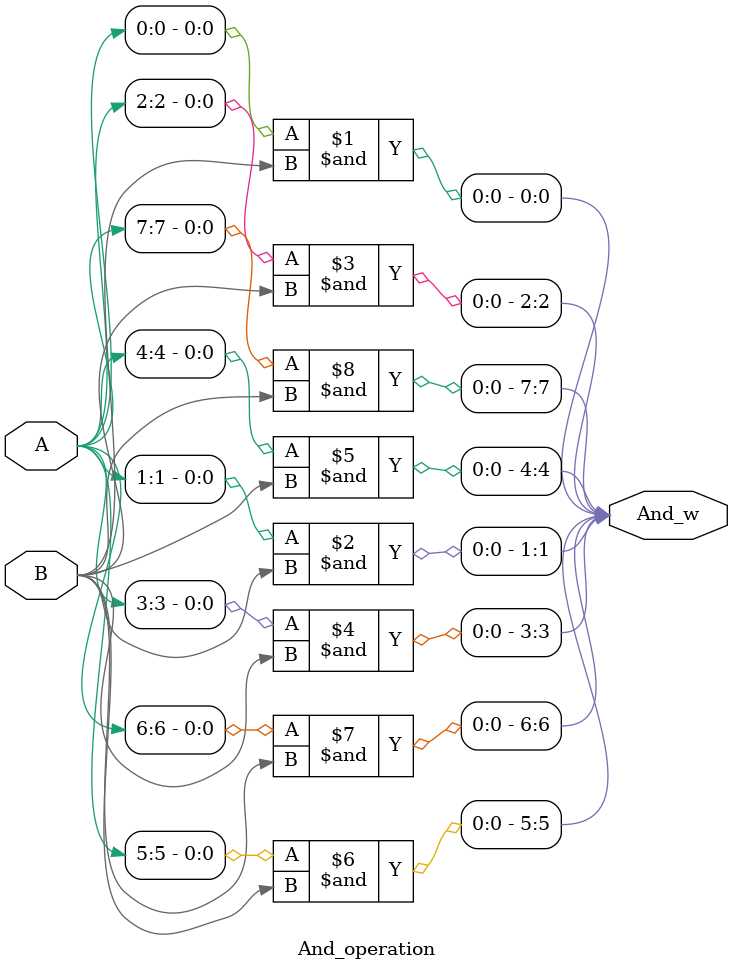
<source format=v>

`include "CLA8.v"

module Multiplier_CLA(
    input   [7:0]   A,
    input   [7:0]   B,
    output  [15:0]  Product
);
    wire [63:0] And_w;
    wire [47:0] Add_Sum;
    wire [5:0] Add_Carry;
	wire w0;

    And_operation A1(.A(A[7:0]), .B(B[0]), .And_w(And_w[7:0]));
    And_operation A2(.A(A[7:0]), .B(B[1]), .And_w(And_w[15:8]));
    And_operation A3(.A(A[7:0]), .B(B[2]), .And_w(And_w[23:16]));
    And_operation A4(.A(A[7:0]), .B(B[3]), .And_w(And_w[31:24]));
    And_operation A5(.A(A[7:0]), .B(B[4]), .And_w(And_w[39:32]));
    And_operation A6(.A(A[7:0]), .B(B[5]), .And_w(And_w[47:40]));
    And_operation A7(.A(A[7:0]), .B(B[6]), .And_w(And_w[55:48]));
    And_operation A8(.A(A[7:0]), .B(B[7]), .And_w(And_w[63:56]));

	not(w0, 1'b1);

    and(Product[0], 1'b1, And_w[0]);
    CLA8 CLA81(.A({1'b0, And_w[7:1]}), .B(And_w[15:8]), .Cin(w0), .Sum(Add_Sum[7:0]), .Cout(Add_Carry[0]));
    and(Product[1], 1'b1, Add_Sum[0]);
    CLA8 CLA82(.A({Add_Carry[0], Add_Sum[7:1]}), .B(And_w[23:16]), .Cin(w0), .Sum(Add_Sum[15:8]), .Cout(Add_Carry[1]));
    and(Product[2], 1'b1, Add_Sum[8]);
    CLA8 CLA83(.A({Add_Carry[1], Add_Sum[15:9]}), .B(And_w[31:24]), .Cin(w0), .Sum(Add_Sum[23:16]), .Cout(Add_Carry[2]));
    and(Product[3], 1'b1, Add_Sum[16]);
    CLA8 CLA84(.A({Add_Carry[2], Add_Sum[23:17]}), .B(And_w[39:32]), .Cin(w0), .Sum(Add_Sum[31:24]), .Cout(Add_Carry[3]));
    and(Product[4], 1'b1, Add_Sum[24]);
    CLA8 CLA85(.A({Add_Carry[3], Add_Sum[31:25]}), .B(And_w[47:40]), .Cin(w0), .Sum(Add_Sum[39:32]), .Cout(Add_Carry[4]));
    and(Product[5], 1'b1, Add_Sum[32]);
    CLA8 CLA86(.A({Add_Carry[4], Add_Sum[39:33]}), .B(And_w[55:48]), .Cin(w0), .Sum(Add_Sum[47:40]), .Cout(Add_Carry[5]));
    and(Product[6], 1'b1, Add_Sum[40]);
    CLA8 CLA87(.A({Add_Carry[5], Add_Sum[47:41]}), .B(And_w[63:56]), .Cin(w0), .Sum(Product[14:7]), .Cout(Product[15]));
endmodule

module And_operation (
    input [7:0] A,
    input B,
    output [7:0] And_w
);
    and(And_w[0], A[0], B);
    and(And_w[1], A[1], B);
    and(And_w[2], A[2], B);
    and(And_w[3], A[3], B);
    and(And_w[4], A[4], B);
    and(And_w[5], A[5], B);
    and(And_w[6], A[6], B);
    and(And_w[7], A[7], B);  
endmodule
</source>
